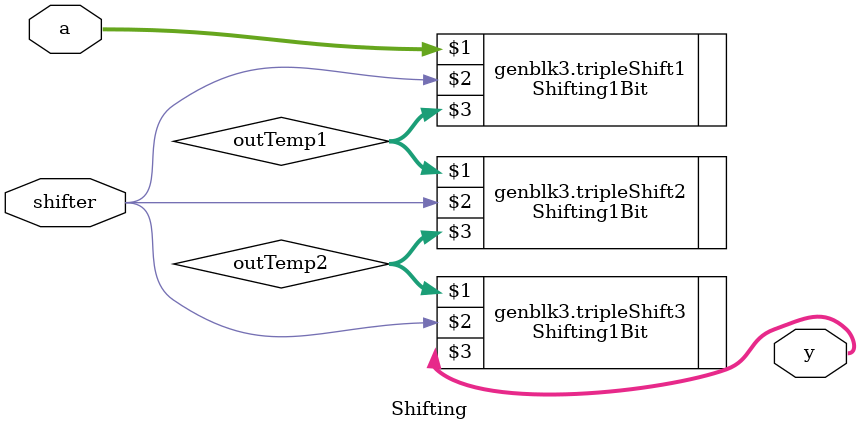
<source format=sv>
module Shifting #(parameter N = 3) (
						input [3:0]a,
						input shifter,
						output [3:0]y);
						
		logic [3:0]outTemp1, outTemp2, outTemp3;
	
		
		if (N == 1) begin // 1 Bit
			Shifting1Bit singleShift(a, shifter, y);
		end
		
		if (N == 2) begin // 2 Bits
			Shifting1Bit doubleShift1(a, shifter, outTemp1);
			Shifting1Bit doubleShift2(outTemp1, shifter, y);
		end
		
		if (N == 3) begin // 3 Bits
			Shifting1Bit tripleShift1(a, shifter, outTemp1);
			Shifting1Bit tripleShift2(outTemp1, shifter, outTemp2);
			Shifting1Bit tripleShift3(outTemp2, shifter, y);
		end
		
		if (N == 4) begin // 4 Bits
			Shifting1Bit quadrupleShift1(a, shifter, outTemp1);
			Shifting1Bit quadrupleShift2(outTemp1, shifter, outTemp2);
			Shifting1Bit quadrupleShift3(outTemp2, shifter, outTemp3);
			Shifting1Bit quadrupleShift4(outTemp3, shifter, y);
		end
						
						
endmodule
</source>
